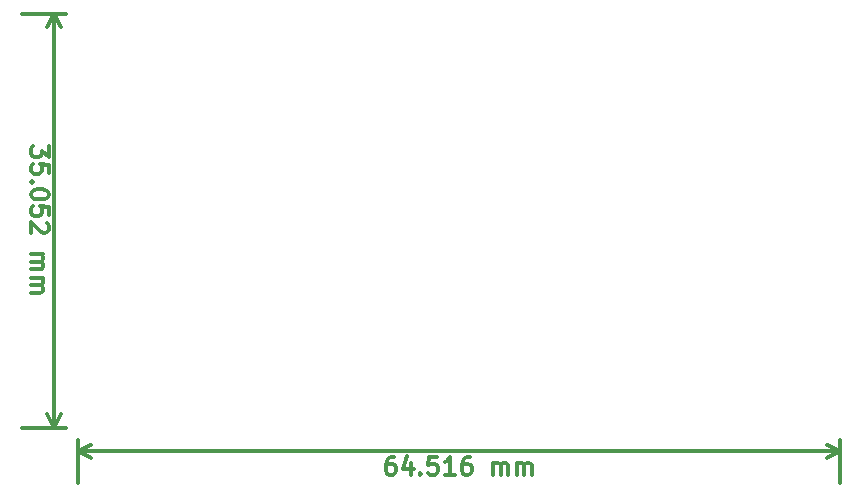
<source format=gbr>
G04 (created by PCBNEW (22-Jun-2014 BZR 4027)-stable) date Wed 20 Dec 2017 04:57:12 PM CST*
%MOIN*%
G04 Gerber Fmt 3.4, Leading zero omitted, Abs format*
%FSLAX34Y34*%
G01*
G70*
G90*
G04 APERTURE LIST*
%ADD10C,0.00393701*%
%ADD11C,0.011811*%
G04 APERTURE END LIST*
G54D10*
G54D11*
X85820Y-67425D02*
X85820Y-67790D01*
X85595Y-67594D01*
X85595Y-67678D01*
X85566Y-67734D01*
X85538Y-67762D01*
X85482Y-67790D01*
X85341Y-67790D01*
X85285Y-67762D01*
X85257Y-67734D01*
X85229Y-67678D01*
X85229Y-67509D01*
X85257Y-67453D01*
X85285Y-67425D01*
X85820Y-68325D02*
X85820Y-68043D01*
X85538Y-68015D01*
X85566Y-68043D01*
X85595Y-68100D01*
X85595Y-68240D01*
X85566Y-68297D01*
X85538Y-68325D01*
X85482Y-68353D01*
X85341Y-68353D01*
X85285Y-68325D01*
X85257Y-68297D01*
X85229Y-68240D01*
X85229Y-68100D01*
X85257Y-68043D01*
X85285Y-68015D01*
X85285Y-68606D02*
X85257Y-68634D01*
X85229Y-68606D01*
X85257Y-68578D01*
X85285Y-68606D01*
X85229Y-68606D01*
X85820Y-69000D02*
X85820Y-69056D01*
X85791Y-69112D01*
X85763Y-69140D01*
X85707Y-69168D01*
X85595Y-69196D01*
X85454Y-69196D01*
X85341Y-69168D01*
X85285Y-69140D01*
X85257Y-69112D01*
X85229Y-69056D01*
X85229Y-69000D01*
X85257Y-68943D01*
X85285Y-68915D01*
X85341Y-68887D01*
X85454Y-68859D01*
X85595Y-68859D01*
X85707Y-68887D01*
X85763Y-68915D01*
X85791Y-68943D01*
X85820Y-69000D01*
X85820Y-69731D02*
X85820Y-69450D01*
X85538Y-69421D01*
X85566Y-69450D01*
X85595Y-69506D01*
X85595Y-69646D01*
X85566Y-69703D01*
X85538Y-69731D01*
X85482Y-69759D01*
X85341Y-69759D01*
X85285Y-69731D01*
X85257Y-69703D01*
X85229Y-69646D01*
X85229Y-69506D01*
X85257Y-69450D01*
X85285Y-69421D01*
X85763Y-69984D02*
X85791Y-70012D01*
X85820Y-70068D01*
X85820Y-70209D01*
X85791Y-70265D01*
X85763Y-70293D01*
X85707Y-70321D01*
X85651Y-70321D01*
X85566Y-70293D01*
X85229Y-69956D01*
X85229Y-70321D01*
X85229Y-71024D02*
X85623Y-71024D01*
X85566Y-71024D02*
X85595Y-71052D01*
X85623Y-71109D01*
X85623Y-71193D01*
X85595Y-71249D01*
X85538Y-71277D01*
X85229Y-71277D01*
X85538Y-71277D02*
X85595Y-71306D01*
X85623Y-71362D01*
X85623Y-71446D01*
X85595Y-71502D01*
X85538Y-71531D01*
X85229Y-71531D01*
X85229Y-71812D02*
X85623Y-71812D01*
X85566Y-71812D02*
X85595Y-71840D01*
X85623Y-71896D01*
X85623Y-71980D01*
X85595Y-72037D01*
X85538Y-72065D01*
X85229Y-72065D01*
X85538Y-72065D02*
X85595Y-72093D01*
X85623Y-72149D01*
X85623Y-72234D01*
X85595Y-72290D01*
X85538Y-72318D01*
X85229Y-72318D01*
X86000Y-63000D02*
X86000Y-76800D01*
X86400Y-63000D02*
X84937Y-63000D01*
X86400Y-76800D02*
X84937Y-76800D01*
X86000Y-76800D02*
X85769Y-76356D01*
X86000Y-76800D02*
X86230Y-76356D01*
X86000Y-63000D02*
X85769Y-63443D01*
X86000Y-63000D02*
X86230Y-63443D01*
X97334Y-77779D02*
X97222Y-77779D01*
X97165Y-77808D01*
X97137Y-77836D01*
X97081Y-77920D01*
X97053Y-78033D01*
X97053Y-78258D01*
X97081Y-78314D01*
X97109Y-78342D01*
X97165Y-78370D01*
X97278Y-78370D01*
X97334Y-78342D01*
X97362Y-78314D01*
X97390Y-78258D01*
X97390Y-78117D01*
X97362Y-78061D01*
X97334Y-78033D01*
X97278Y-78004D01*
X97165Y-78004D01*
X97109Y-78033D01*
X97081Y-78061D01*
X97053Y-78117D01*
X97897Y-77976D02*
X97897Y-78370D01*
X97756Y-77751D02*
X97615Y-78173D01*
X97981Y-78173D01*
X98206Y-78314D02*
X98234Y-78342D01*
X98206Y-78370D01*
X98178Y-78342D01*
X98206Y-78314D01*
X98206Y-78370D01*
X98768Y-77779D02*
X98487Y-77779D01*
X98459Y-78061D01*
X98487Y-78033D01*
X98543Y-78004D01*
X98684Y-78004D01*
X98740Y-78033D01*
X98768Y-78061D01*
X98796Y-78117D01*
X98796Y-78258D01*
X98768Y-78314D01*
X98740Y-78342D01*
X98684Y-78370D01*
X98543Y-78370D01*
X98487Y-78342D01*
X98459Y-78314D01*
X99359Y-78370D02*
X99021Y-78370D01*
X99190Y-78370D02*
X99190Y-77779D01*
X99134Y-77864D01*
X99078Y-77920D01*
X99021Y-77948D01*
X99865Y-77779D02*
X99753Y-77779D01*
X99696Y-77808D01*
X99668Y-77836D01*
X99612Y-77920D01*
X99584Y-78033D01*
X99584Y-78258D01*
X99612Y-78314D01*
X99640Y-78342D01*
X99696Y-78370D01*
X99809Y-78370D01*
X99865Y-78342D01*
X99893Y-78314D01*
X99921Y-78258D01*
X99921Y-78117D01*
X99893Y-78061D01*
X99865Y-78033D01*
X99809Y-78004D01*
X99696Y-78004D01*
X99640Y-78033D01*
X99612Y-78061D01*
X99584Y-78117D01*
X100624Y-78370D02*
X100624Y-77976D01*
X100624Y-78033D02*
X100652Y-78004D01*
X100709Y-77976D01*
X100793Y-77976D01*
X100849Y-78004D01*
X100877Y-78061D01*
X100877Y-78370D01*
X100877Y-78061D02*
X100906Y-78004D01*
X100962Y-77976D01*
X101046Y-77976D01*
X101102Y-78004D01*
X101131Y-78061D01*
X101131Y-78370D01*
X101412Y-78370D02*
X101412Y-77976D01*
X101412Y-78033D02*
X101440Y-78004D01*
X101496Y-77976D01*
X101580Y-77976D01*
X101637Y-78004D01*
X101665Y-78061D01*
X101665Y-78370D01*
X101665Y-78061D02*
X101693Y-78004D01*
X101749Y-77976D01*
X101834Y-77976D01*
X101890Y-78004D01*
X101918Y-78061D01*
X101918Y-78370D01*
X86800Y-77599D02*
X112200Y-77599D01*
X86800Y-77200D02*
X86800Y-78662D01*
X112200Y-77200D02*
X112200Y-78662D01*
X112200Y-77599D02*
X111756Y-77830D01*
X112200Y-77599D02*
X111756Y-77369D01*
X86800Y-77599D02*
X87243Y-77830D01*
X86800Y-77599D02*
X87243Y-77369D01*
M02*

</source>
